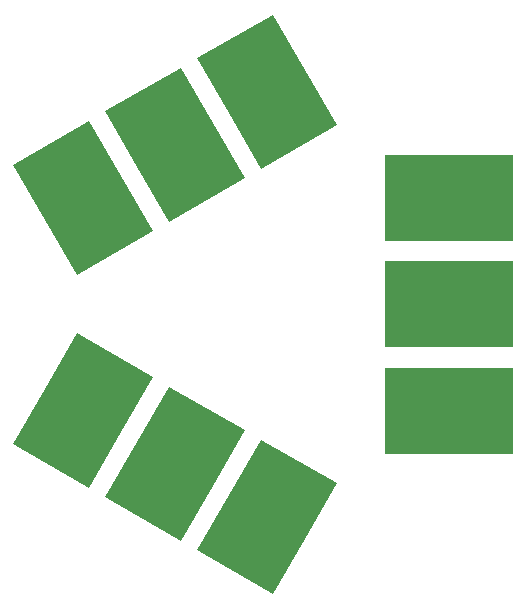
<source format=gbr>
G04 #@! TF.FileFunction,Soldermask,Top*
%FSLAX46Y46*%
G04 Gerber Fmt 4.6, Leading zero omitted, Abs format (unit mm)*
G04 Created by KiCad (PCBNEW 4.0.7-e2-6376~58~ubuntu14.04.1) date Fri Feb 16 13:10:18 2018*
%MOMM*%
%LPD*%
G01*
G04 APERTURE LIST*
%ADD10C,0.100000*%
%ADD11R,5.400000X7.400000*%
G04 APERTURE END LIST*
D10*
G36*
X69501477Y-95350000D02*
X66801477Y-90673462D01*
X73210065Y-86973462D01*
X75910065Y-91650000D01*
X69501477Y-95350000D01*
X69501477Y-95350000D01*
G37*
G36*
X72201477Y-100026538D02*
X69501477Y-95350000D01*
X75910065Y-91650000D01*
X78610065Y-96326538D01*
X72201477Y-100026538D01*
X72201477Y-100026538D01*
G37*
G36*
X77295706Y-90850000D02*
X74595706Y-86173462D01*
X81004294Y-82473462D01*
X83704294Y-87150000D01*
X77295706Y-90850000D01*
X77295706Y-90850000D01*
G37*
G36*
X79995706Y-95526538D02*
X77295706Y-90850000D01*
X83704294Y-87150000D01*
X86404294Y-91826538D01*
X79995706Y-95526538D01*
X79995706Y-95526538D01*
G37*
G36*
X85089935Y-86350000D02*
X82389935Y-81673462D01*
X88798523Y-77973462D01*
X91498523Y-82650000D01*
X85089935Y-86350000D01*
X85089935Y-86350000D01*
G37*
G36*
X87789935Y-91026538D02*
X85089935Y-86350000D01*
X91498523Y-82650000D01*
X94198523Y-87326538D01*
X87789935Y-91026538D01*
X87789935Y-91026538D01*
G37*
D11*
X106400000Y-93500000D03*
X101000000Y-93500000D03*
X106400000Y-102500000D03*
X101000000Y-102500000D03*
X106400000Y-111500000D03*
X101000000Y-111500000D03*
D10*
G36*
X91498523Y-122350000D02*
X88798523Y-127026538D01*
X82389935Y-123326538D01*
X85089935Y-118650000D01*
X91498523Y-122350000D01*
X91498523Y-122350000D01*
G37*
G36*
X94198523Y-117673462D02*
X91498523Y-122350000D01*
X85089935Y-118650000D01*
X87789935Y-113973462D01*
X94198523Y-117673462D01*
X94198523Y-117673462D01*
G37*
G36*
X83704294Y-117850000D02*
X81004294Y-122526538D01*
X74595706Y-118826538D01*
X77295706Y-114150000D01*
X83704294Y-117850000D01*
X83704294Y-117850000D01*
G37*
G36*
X86404294Y-113173462D02*
X83704294Y-117850000D01*
X77295706Y-114150000D01*
X79995706Y-109473462D01*
X86404294Y-113173462D01*
X86404294Y-113173462D01*
G37*
G36*
X75910065Y-113350000D02*
X73210065Y-118026538D01*
X66801477Y-114326538D01*
X69501477Y-109650000D01*
X75910065Y-113350000D01*
X75910065Y-113350000D01*
G37*
G36*
X78610065Y-108673462D02*
X75910065Y-113350000D01*
X69501477Y-109650000D01*
X72201477Y-104973462D01*
X78610065Y-108673462D01*
X78610065Y-108673462D01*
G37*
M02*

</source>
